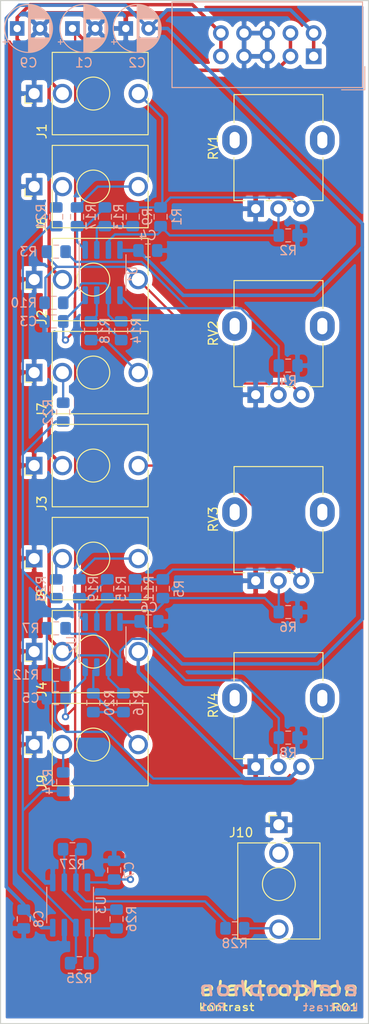
<source format=kicad_pcb>
(kicad_pcb (version 20171130) (host pcbnew 5.1.8-db9833491~87~ubuntu20.04.1)
  (title_block (title kontrast) (date 2020-05-09) (rev 01) (comment 1 "PCB for main circuit") (comment 2 "mixer and attenuverter") (comment 4 "License CC BY 4.0 - Attribution 4.0 International"))
  (layers (0 F.Cu signal hide) (31 B.Cu signal hide) (34 B.Paste user) (35 F.Paste user) (36 B.SilkS user) (37 F.SilkS user) (38 B.Mask user) (39 F.Mask user) (44 Edge.Cuts user))
  (net 0 "")
  (net 1 GND)
  (net 2 +15V)
  (net 3 "Net-(J1-PadT)")
  (net 4 "Net-(J3-PadT)")
  (net 5 "Net-(R10-Pad1)")
  (net 6 -15V)
  (net 7 +5V)
  (net 8 "Net-(J2-PadT)")
  (net 9 "Net-(J4-PadT)")
  (net 10 /MIX_1)
  (net 11 "Net-(J6-PadT)")
  (net 12 "Net-(R1-Pad2)")
  (net 13 "Net-(R3-Pad2)")
  (net 14 "Net-(R5-Pad2)")
  (net 15 "Net-(R7-Pad2)")
  (net 16 "Net-(R13-Pad2)")
  (net 17 "Net-(R11-Pad1)")
  (net 18 "Net-(R12-Pad1)")
  (net 19 "Net-(R13-Pad1)")
  (net 20 "Net-(R14-Pad1)")
  (net 21 "Net-(R15-Pad1)")
  (net 22 "Net-(R16-Pad1)")
  (net 23 "Net-(R21-Pad2)")
  (net 24 "Net-(R25-Pad2)")
  (net 25 "Net-(R26-Pad2)")
  (net 26 "Net-(R27-Pad2)")
  (net 27 /MIX_2)
  (net 28 "Net-(J7-PadT)")
  (net 29 /MIX_3)
  (net 30 "Net-(J8-PadT)")
  (net 31 /MIX_4)
  (net 32 "Net-(J9-PadT)")
  (net 33 "Net-(J10-PadT)")
  (module "elektrophon:elektrophon logo" (layer F.Cu) (at 81.28 159.766)
    (fp_text reference REF** hide)
    (fp_text value "elektrophon logo" hide)
    (fp_text user kontrast (at 8.84 1.02) (layer B.SilkS) (effects (font (size 0.8 1)) (justify left mirror)))
    (fp_text user R01 (at -8.83 1) (layer B.SilkS) (effects (font (size 0.8 1)) (justify right mirror)))
    (fp_text user elektrophon (at 0 -1.016) (layer B.SilkS) (effects (font (size 1.5 2) (thickness 0.3) italic) (justify mirror)))
    (fp_text user R01 (at 8.8 1.02) (layer F.SilkS) (effects (font (size 0.8 1)) (justify right)))
    (fp_text user kontrast (at -8.88 1) (layer F.SilkS) (effects (font (size 0.8 1)) (justify left)))
    (fp_text user elektrophon (at 0 -1.016) (layer F.SilkS) (effects (font (size 1.5 2) (thickness 0.3) italic)))
  )
  (module Resistor_SMD:R_0805_2012Metric_Pad1.15x1.40mm_HandSolder (layer B.Cu) (at 76.454 152.146)
    (fp_text reference R28 (at 0 1.65) (layer B.SilkS) (effects (justify mirror)))
    (fp_text value 1k)
    (pad 2 smd roundrect (at 1.025 0) (size 1.15 1.4) (layers B.Cu B.Paste B.Mask) (roundrect_rratio 0.217391) (net 33 "Net-(J10-PadT)"))
    (pad 1 smd roundrect (at -1.025 0) (size 1.15 1.4) (layers B.Cu B.Paste B.Mask) (roundrect_rratio 0.217391) (net 26 "Net-(R27-Pad2)"))
  )
  (module Resistor_SMD:R_0805_2012Metric_Pad1.15x1.40mm_HandSolder (layer B.Cu) (at 58.674 143.51)
    (fp_text reference R27 (at 0 1.65) (layer B.SilkS) (effects (justify mirror)))
    (fp_text value 100k)
    (pad 2 smd roundrect (at 1.025 0) (size 1.15 1.4) (layers B.Cu B.Paste B.Mask) (roundrect_rratio 0.217391) (net 26 "Net-(R27-Pad2)"))
    (pad 1 smd roundrect (at -1.025 0) (size 1.15 1.4) (layers B.Cu B.Paste B.Mask) (roundrect_rratio 0.217391) (net 25 "Net-(R26-Pad2)"))
  )
  (module Resistor_SMD:R_0805_2012Metric_Pad1.15x1.40mm_HandSolder (layer B.Cu) (at 63.5 151.13 90)
    (fp_text reference R26 (at 0 1.65 90) (layer B.SilkS) (effects (justify mirror)))
    (fp_text value 100k)
    (pad 2 smd roundrect (at 1.025 0 90) (size 1.15 1.4) (layers B.Cu B.Paste B.Mask) (roundrect_rratio 0.217391) (net 25 "Net-(R26-Pad2)"))
    (pad 1 smd roundrect (at -1.025 0 90) (size 1.15 1.4) (layers B.Cu B.Paste B.Mask) (roundrect_rratio 0.217391) (net 24 "Net-(R25-Pad2)"))
  )
  (module Resistor_SMD:R_0805_2012Metric_Pad1.15x1.40mm_HandSolder (layer B.Cu) (at 59.436 155.956)
    (fp_text reference R25 (at 0 1.65) (layer B.SilkS) (effects (justify mirror)))
    (fp_text value 100k)
    (pad 2 smd roundrect (at 1.025 0) (size 1.15 1.4) (layers B.Cu B.Paste B.Mask) (roundrect_rratio 0.217391) (net 24 "Net-(R25-Pad2)"))
    (pad 1 smd roundrect (at -1.025 0) (size 1.15 1.4) (layers B.Cu B.Paste B.Mask) (roundrect_rratio 0.217391) (net 23 "Net-(R21-Pad2)"))
  )
  (module Resistor_SMD:R_0805_2012Metric_Pad1.15x1.40mm_HandSolder (layer B.Cu) (at 57.658 136.144 270)
    (fp_text reference R24 (at 0 1.65 270) (layer B.SilkS) (effects (justify mirror)))
    (fp_text value 100k)
    (pad 2 smd roundrect (at 1.025 0 270) (size 1.15 1.4) (layers B.Cu B.Paste B.Mask) (roundrect_rratio 0.217391) (net 23 "Net-(R21-Pad2)"))
    (pad 1 smd roundrect (at -1.025 0 270) (size 1.15 1.4) (layers B.Cu B.Paste B.Mask) (roundrect_rratio 0.217391) (net 31 /MIX_4))
  )
  (module Resistor_SMD:R_0805_2012Metric_Pad1.15x1.40mm_HandSolder (layer B.Cu) (at 56.896 115.053 270)
    (fp_text reference R23 (at 0 1.65 270) (layer B.SilkS) (effects (justify mirror)))
    (fp_text value 100k)
    (pad 2 smd roundrect (at 1.025 0 270) (size 1.15 1.4) (layers B.Cu B.Paste B.Mask) (roundrect_rratio 0.217391) (net 23 "Net-(R21-Pad2)"))
    (pad 1 smd roundrect (at -1.025 0 270) (size 1.15 1.4) (layers B.Cu B.Paste B.Mask) (roundrect_rratio 0.217391) (net 29 /MIX_3))
  )
  (module Resistor_SMD:R_0805_2012Metric_Pad1.15x1.40mm_HandSolder (layer B.Cu) (at 57.658 95.758 270)
    (fp_text reference R22 (at 0 1.65 270) (layer B.SilkS) (effects (justify mirror)))
    (fp_text value 100k)
    (pad 2 smd roundrect (at 1.025 0 270) (size 1.15 1.4) (layers B.Cu B.Paste B.Mask) (roundrect_rratio 0.217391) (net 23 "Net-(R21-Pad2)"))
    (pad 1 smd roundrect (at -1.025 0 270) (size 1.15 1.4) (layers B.Cu B.Paste B.Mask) (roundrect_rratio 0.217391) (net 27 /MIX_2))
  )
  (module Resistor_SMD:R_0805_2012Metric_Pad1.15x1.40mm_HandSolder (layer B.Cu) (at 56.896 74.422 270)
    (fp_text reference R21 (at 0 1.65 90) (layer B.SilkS) (effects (justify mirror)))
    (fp_text value 100k)
    (pad 2 smd roundrect (at 1.025 0 270) (size 1.15 1.4) (layers B.Cu B.Paste B.Mask) (roundrect_rratio 0.217391) (net 23 "Net-(R21-Pad2)"))
    (pad 1 smd roundrect (at -1.025 0 270) (size 1.15 1.4) (layers B.Cu B.Paste B.Mask) (roundrect_rratio 0.217391) (net 10 /MIX_1))
  )
  (module Resistor_SMD:R_0805_2012Metric_Pad1.15x1.40mm_HandSolder (layer B.Cu) (at 60.96 127.508 270)
    (fp_text reference R20 (at 0 -1.778 90) (layer B.SilkS) (effects (justify mirror)))
    (fp_text value 1k)
    (pad 2 smd roundrect (at 1.025 0 270) (size 1.15 1.4) (layers B.Cu B.Paste B.Mask) (roundrect_rratio 0.217391) (net 32 "Net-(J9-PadT)"))
    (pad 1 smd roundrect (at -1.025 0 270) (size 1.15 1.4) (layers B.Cu B.Paste B.Mask) (roundrect_rratio 0.217391) (net 22 "Net-(R16-Pad1)"))
  )
  (module Resistor_SMD:R_0805_2012Metric_Pad1.15x1.40mm_HandSolder (layer B.Cu) (at 59.436 115.053 90)
    (fp_text reference R19 (at -0.009 1.524 90) (layer B.SilkS) (effects (justify mirror)))
    (fp_text value 1k)
    (pad 2 smd roundrect (at 1.025 0 90) (size 1.15 1.4) (layers B.Cu B.Paste B.Mask) (roundrect_rratio 0.217391) (net 30 "Net-(J8-PadT)"))
    (pad 1 smd roundrect (at -1.025 0 90) (size 1.15 1.4) (layers B.Cu B.Paste B.Mask) (roundrect_rratio 0.217391) (net 21 "Net-(R15-Pad1)"))
  )
  (module Resistor_SMD:R_0805_2012Metric_Pad1.15x1.40mm_HandSolder (layer B.Cu) (at 60.706 86.868 270)
    (fp_text reference R18 (at 0 -1.524 270) (layer B.SilkS) (effects (justify mirror)))
    (fp_text value 1k)
    (pad 2 smd roundrect (at 1.025 0 270) (size 1.15 1.4) (layers B.Cu B.Paste B.Mask) (roundrect_rratio 0.217391) (net 28 "Net-(J7-PadT)"))
    (pad 1 smd roundrect (at -1.025 0 270) (size 1.15 1.4) (layers B.Cu B.Paste B.Mask) (roundrect_rratio 0.217391) (net 20 "Net-(R14-Pad1)"))
  )
  (module Resistor_SMD:R_0805_2012Metric_Pad1.15x1.40mm_HandSolder (layer B.Cu) (at 59.182 74.422 90)
    (fp_text reference R17 (at 0 1.524 90) (layer B.SilkS) (effects (justify mirror)))
    (fp_text value 1k)
    (pad 2 smd roundrect (at 1.025 0 90) (size 1.15 1.4) (layers B.Cu B.Paste B.Mask) (roundrect_rratio 0.217391) (net 11 "Net-(J6-PadT)"))
    (pad 1 smd roundrect (at -1.025 0 90) (size 1.15 1.4) (layers B.Cu B.Paste B.Mask) (roundrect_rratio 0.217391) (net 19 "Net-(R13-Pad1)"))
  )
  (module Resistor_SMD:R_0805_2012Metric_Pad1.15x1.40mm_HandSolder (layer B.Cu) (at 64.262 127.508 90)
    (fp_text reference R16 (at 0 1.65 90) (layer B.SilkS) (effects (justify mirror)))
    (fp_text value 100k)
    (pad 2 smd roundrect (at 1.025 0 90) (size 1.15 1.4) (layers B.Cu B.Paste B.Mask) (roundrect_rratio 0.217391) (net 18 "Net-(R12-Pad1)"))
    (pad 1 smd roundrect (at -1.025 0 90) (size 1.15 1.4) (layers B.Cu B.Paste B.Mask) (roundrect_rratio 0.217391) (net 22 "Net-(R16-Pad1)"))
  )
  (module Resistor_SMD:R_0805_2012Metric_Pad1.15x1.40mm_HandSolder (layer B.Cu) (at 62.484 115.053 270)
    (fp_text reference R15 (at 0 -1.524 90) (layer B.SilkS) (effects (justify mirror)))
    (fp_text value 100k)
    (pad 2 smd roundrect (at 1.025 0 270) (size 1.15 1.4) (layers B.Cu B.Paste B.Mask) (roundrect_rratio 0.217391) (net 17 "Net-(R11-Pad1)"))
    (pad 1 smd roundrect (at -1.025 0 270) (size 1.15 1.4) (layers B.Cu B.Paste B.Mask) (roundrect_rratio 0.217391) (net 21 "Net-(R15-Pad1)"))
  )
  (module Resistor_SMD:R_0805_2012Metric_Pad1.15x1.40mm_HandSolder (layer B.Cu) (at 64.008 86.868 90)
    (fp_text reference R14 (at 0 1.65 90) (layer B.SilkS) (effects (justify mirror)))
    (fp_text value 100k)
    (pad 2 smd roundrect (at 1.025 0 90) (size 1.15 1.4) (layers B.Cu B.Paste B.Mask) (roundrect_rratio 0.217391) (net 5 "Net-(R10-Pad1)"))
    (pad 1 smd roundrect (at -1.025 0 90) (size 1.15 1.4) (layers B.Cu B.Paste B.Mask) (roundrect_rratio 0.217391) (net 20 "Net-(R14-Pad1)"))
  )
  (module Resistor_SMD:R_0805_2012Metric_Pad1.15x1.40mm_HandSolder (layer B.Cu) (at 62.23 74.422 270)
    (fp_text reference R13 (at 0 -1.524 90) (layer B.SilkS) (effects (justify mirror)))
    (fp_text value 100k)
    (pad 2 smd roundrect (at 1.025 0 270) (size 1.15 1.4) (layers B.Cu B.Paste B.Mask) (roundrect_rratio 0.217391) (net 16 "Net-(R13-Pad2)"))
    (pad 1 smd roundrect (at -1.025 0 270) (size 1.15 1.4) (layers B.Cu B.Paste B.Mask) (roundrect_rratio 0.217391) (net 19 "Net-(R13-Pad1)"))
  )
  (module Resistor_SMD:R_0805_2012Metric_Pad1.15x1.40mm_HandSolder (layer B.Cu) (at 56.896 124.46 180)
    (fp_text reference R12 (at 3.302 0) (layer B.SilkS) (effects (justify mirror)))
    (fp_text value 100k)
    (pad 2 smd roundrect (at 1.025 0 180) (size 1.15 1.4) (layers B.Cu B.Paste B.Mask) (roundrect_rratio 0.217391) (net 9 "Net-(J4-PadT)"))
    (pad 1 smd roundrect (at -1.025 0 180) (size 1.15 1.4) (layers B.Cu B.Paste B.Mask) (roundrect_rratio 0.217391) (net 18 "Net-(R12-Pad1)"))
  )
  (module Resistor_SMD:R_0805_2012Metric_Pad1.15x1.40mm_HandSolder (layer B.Cu) (at 65.532 115.053 90)
    (fp_text reference R11 (at 0 1.524 270) (layer B.SilkS) (effects (justify mirror)))
    (fp_text value 100k)
    (pad 2 smd roundrect (at 1.025 0 90) (size 1.15 1.4) (layers B.Cu B.Paste B.Mask) (roundrect_rratio 0.217391) (net 4 "Net-(J3-PadT)"))
    (pad 1 smd roundrect (at -1.025 0 90) (size 1.15 1.4) (layers B.Cu B.Paste B.Mask) (roundrect_rratio 0.217391) (net 17 "Net-(R11-Pad1)"))
  )
  (module Resistor_SMD:R_0805_2012Metric_Pad1.15x1.40mm_HandSolder (layer B.Cu) (at 56.642 83.82 180)
    (fp_text reference R10 (at 3.302 0) (layer B.SilkS) (effects (justify mirror)))
    (fp_text value 100k)
    (pad 2 smd roundrect (at 1.025 0 180) (size 1.15 1.4) (layers B.Cu B.Paste B.Mask) (roundrect_rratio 0.217391) (net 8 "Net-(J2-PadT)"))
    (pad 1 smd roundrect (at -1.025 0 180) (size 1.15 1.4) (layers B.Cu B.Paste B.Mask) (roundrect_rratio 0.217391) (net 5 "Net-(R10-Pad1)"))
  )
  (module Resistor_SMD:R_0805_2012Metric_Pad1.15x1.40mm_HandSolder (layer B.Cu) (at 65.278 74.422 90)
    (fp_text reference R9 (at 0 1.608668 90) (layer B.SilkS) (effects (justify mirror)))
    (fp_text value 100k)
    (pad 2 smd roundrect (at 1.025 0 90) (size 1.15 1.4) (layers B.Cu B.Paste B.Mask) (roundrect_rratio 0.217391) (net 3 "Net-(J1-PadT)"))
    (pad 1 smd roundrect (at -1.025 0 90) (size 1.15 1.4) (layers B.Cu B.Paste B.Mask) (roundrect_rratio 0.217391) (net 16 "Net-(R13-Pad2)"))
  )
  (module Resistor_SMD:R_0805_2012Metric_Pad1.15x1.40mm_HandSolder (layer B.Cu) (at 82.296 131.318)
    (fp_text reference R8 (at 0 1.65) (layer B.SilkS) (effects (justify mirror)))
    (fp_text value 47k)
    (pad 2 smd roundrect (at 1.025 0) (size 1.15 1.4) (layers B.Cu B.Paste B.Mask) (roundrect_rratio 0.217391) (net 1 GND))
    (pad 1 smd roundrect (at -1.025 0) (size 1.15 1.4) (layers B.Cu B.Paste B.Mask) (roundrect_rratio 0.217391) (net 15 "Net-(R7-Pad2)"))
  )
  (module Resistor_SMD:R_0805_2012Metric_Pad1.15x1.40mm_HandSolder (layer B.Cu) (at 56.896 119.38)
    (fp_text reference R7 (at -2.794 0) (layer B.SilkS) (effects (justify mirror)))
    (fp_text value 47k)
    (pad 2 smd roundrect (at 1.025 0) (size 1.15 1.4) (layers B.Cu B.Paste B.Mask) (roundrect_rratio 0.217391) (net 15 "Net-(R7-Pad2)"))
    (pad 1 smd roundrect (at -1.025 0) (size 1.15 1.4) (layers B.Cu B.Paste B.Mask) (roundrect_rratio 0.217391) (net 9 "Net-(J4-PadT)"))
  )
  (module Resistor_SMD:R_0805_2012Metric_Pad1.15x1.40mm_HandSolder (layer B.Cu) (at 82.296 117.602)
    (fp_text reference R6 (at 0 1.65) (layer B.SilkS) (effects (justify mirror)))
    (fp_text value 47k)
    (pad 2 smd roundrect (at 1.025 0) (size 1.15 1.4) (layers B.Cu B.Paste B.Mask) (roundrect_rratio 0.217391) (net 1 GND))
    (pad 1 smd roundrect (at -1.025 0) (size 1.15 1.4) (layers B.Cu B.Paste B.Mask) (roundrect_rratio 0.217391) (net 14 "Net-(R5-Pad2)"))
  )
  (module Resistor_SMD:R_0805_2012Metric_Pad1.15x1.40mm_HandSolder (layer B.Cu) (at 68.58 115.053 270)
    (fp_text reference R5 (at 0.009 -1.778 90) (layer B.SilkS) (effects (justify mirror)))
    (fp_text value 47k)
    (pad 2 smd roundrect (at 1.025 0 270) (size 1.15 1.4) (layers B.Cu B.Paste B.Mask) (roundrect_rratio 0.217391) (net 14 "Net-(R5-Pad2)"))
    (pad 1 smd roundrect (at -1.025 0 270) (size 1.15 1.4) (layers B.Cu B.Paste B.Mask) (roundrect_rratio 0.217391) (net 4 "Net-(J3-PadT)"))
  )
  (module Resistor_SMD:R_0805_2012Metric_Pad1.15x1.40mm_HandSolder (layer B.Cu) (at 82.296 90.678)
    (fp_text reference R4 (at 0 1.65 180) (layer B.SilkS) (effects (justify mirror)))
    (fp_text value 47k)
    (pad 2 smd roundrect (at 1.025 0) (size 1.15 1.4) (layers B.Cu B.Paste B.Mask) (roundrect_rratio 0.217391) (net 1 GND))
    (pad 1 smd roundrect (at -1.025 0) (size 1.15 1.4) (layers B.Cu B.Paste B.Mask) (roundrect_rratio 0.217391) (net 13 "Net-(R3-Pad2)"))
  )
  (module Resistor_SMD:R_0805_2012Metric_Pad1.15x1.40mm_HandSolder (layer B.Cu) (at 56.896 78.232)
    (fp_text reference R3 (at -3.048 0 180) (layer B.SilkS) (effects (justify mirror)))
    (fp_text value 47k)
    (pad 2 smd roundrect (at 1.025 0) (size 1.15 1.4) (layers B.Cu B.Paste B.Mask) (roundrect_rratio 0.217391) (net 13 "Net-(R3-Pad2)"))
    (pad 1 smd roundrect (at -1.025 0) (size 1.15 1.4) (layers B.Cu B.Paste B.Mask) (roundrect_rratio 0.217391) (net 8 "Net-(J2-PadT)"))
  )
  (module Resistor_SMD:R_0805_2012Metric_Pad1.15x1.40mm_HandSolder (layer B.Cu) (at 82.296 76.454)
    (fp_text reference R2 (at 0 1.65) (layer B.SilkS) (effects (justify mirror)))
    (fp_text value 47k)
    (pad 2 smd roundrect (at 1.025 0) (size 1.15 1.4) (layers B.Cu B.Paste B.Mask) (roundrect_rratio 0.217391) (net 1 GND))
    (pad 1 smd roundrect (at -1.025 0) (size 1.15 1.4) (layers B.Cu B.Paste B.Mask) (roundrect_rratio 0.217391) (net 12 "Net-(R1-Pad2)"))
  )
  (module Resistor_SMD:R_0805_2012Metric_Pad1.15x1.40mm_HandSolder (layer B.Cu) (at 68.326 74.422 270)
    (fp_text reference R1 (at 0 -1.778 90) (layer B.SilkS) (effects (justify mirror)))
    (fp_text value 47k)
    (pad 2 smd roundrect (at 1.025 0 270) (size 1.15 1.4) (layers B.Cu B.Paste B.Mask) (roundrect_rratio 0.217391) (net 12 "Net-(R1-Pad2)"))
    (pad 1 smd roundrect (at -1.025 0 270) (size 1.15 1.4) (layers B.Cu B.Paste B.Mask) (roundrect_rratio 0.217391) (net 3 "Net-(J1-PadT)"))
  )
  (module Capacitor_SMD:C_0805_2012Metric_Pad1.15x1.40mm_HandSolder (layer B.Cu) (at 53.34 151.13 90)
    (fp_text reference C8 (at 0 1.65 -90) (layer B.SilkS) (effects (justify mirror)))
    (fp_text value 0.1u)
    (pad 2 smd roundrect (at 1.025 0 90) (size 1.15 1.4) (layers B.Cu B.Paste B.Mask) (roundrect_rratio 0.217391) (net 6 -15V))
    (pad 1 smd roundrect (at -1.025 0 90) (size 1.15 1.4) (layers B.Cu B.Paste B.Mask) (roundrect_rratio 0.217391) (net 1 GND))
  )
  (module Capacitor_SMD:C_0805_2012Metric_Pad1.15x1.40mm_HandSolder (layer B.Cu) (at 63.246 145.796 90)
    (fp_text reference C7 (at 0 1.65 90) (layer B.SilkS) (effects (justify mirror)))
    (fp_text value 0.1u)
    (pad 2 smd roundrect (at 1.025 0 90) (size 1.15 1.4) (layers B.Cu B.Paste B.Mask) (roundrect_rratio 0.217391) (net 1 GND))
    (pad 1 smd roundrect (at -1.025 0 90) (size 1.15 1.4) (layers B.Cu B.Paste B.Mask) (roundrect_rratio 0.217391) (net 2 +15V))
  )
  (module Capacitor_SMD:C_0805_2012Metric_Pad1.15x1.40mm_HandSolder (layer B.Cu) (at 67.056 118.618 180)
    (fp_text reference C6 (at 0 1.524) (layer B.SilkS) (effects (justify mirror)))
    (fp_text value 0.1u)
    (pad 2 smd roundrect (at 1.025 0 180) (size 1.15 1.4) (layers B.Cu B.Paste B.Mask) (roundrect_rratio 0.217391) (net 6 -15V))
    (pad 1 smd roundrect (at -1.025 0 180) (size 1.15 1.4) (layers B.Cu B.Paste B.Mask) (roundrect_rratio 0.217391) (net 1 GND))
  )
  (module Capacitor_SMD:C_0805_2012Metric_Pad1.15x1.40mm_HandSolder (layer B.Cu) (at 56.896 127 180)
    (fp_text reference C5 (at 2.794 0) (layer B.SilkS) (effects (justify mirror)))
    (fp_text value 0.1u)
    (pad 2 smd roundrect (at 1.025 0 180) (size 1.15 1.4) (layers B.Cu B.Paste B.Mask) (roundrect_rratio 0.217391) (net 1 GND))
    (pad 1 smd roundrect (at -1.025 0 180) (size 1.15 1.4) (layers B.Cu B.Paste B.Mask) (roundrect_rratio 0.217391) (net 2 +15V))
  )
  (module Capacitor_SMD:C_0805_2012Metric_Pad1.15x1.40mm_HandSolder (layer B.Cu) (at 66.929 78.105 180)
    (fp_text reference C4 (at 0 1.65 180) (layer B.SilkS) (effects (justify mirror)))
    (fp_text value 0.1u)
    (pad 2 smd roundrect (at 1.025 0 180) (size 1.15 1.4) (layers B.Cu B.Paste B.Mask) (roundrect_rratio 0.217391) (net 6 -15V))
    (pad 1 smd roundrect (at -1.025 0 180) (size 1.15 1.4) (layers B.Cu B.Paste B.Mask) (roundrect_rratio 0.217391) (net 1 GND))
  )
  (module Capacitor_SMD:C_0805_2012Metric_Pad1.15x1.40mm_HandSolder (layer B.Cu) (at 56.642 85.852 180)
    (fp_text reference C3 (at 2.794 0) (layer B.SilkS) (effects (justify mirror)))
    (fp_text value 0.1u)
    (pad 2 smd roundrect (at 1.025 0 180) (size 1.15 1.4) (layers B.Cu B.Paste B.Mask) (roundrect_rratio 0.217391) (net 1 GND))
    (pad 1 smd roundrect (at -1.025 0 180) (size 1.15 1.4) (layers B.Cu B.Paste B.Mask) (roundrect_rratio 0.217391) (net 2 +15V))
  )
  (module Package_SO:SOIC-8_3.9x4.9mm_P1.27mm (layer B.Cu) (at 58.42 149.606 90)
    (fp_text reference U3 (at 0 3.4 90) (layer B.SilkS) (effects (justify mirror)))
    (fp_text value OPA2134)
    (pad 8 smd roundrect (at 2.475 1.905 90) (size 1.95 0.6) (layers B.Cu B.Paste B.Mask) (net 2 +15V))
    (pad 7 smd roundrect (at 2.475 0.635 90) (size 1.95 0.6) (layers B.Cu B.Paste B.Mask) (net 26 "Net-(R27-Pad2)"))
    (pad 6 smd roundrect (at 2.475 -0.635 90) (size 1.95 0.6) (layers B.Cu B.Paste B.Mask) (net 25 "Net-(R26-Pad2)"))
    (pad 5 smd roundrect (at 2.475 -1.905 90) (size 1.95 0.6) (layers B.Cu B.Paste B.Mask) (net 1 GND))
    (pad 4 smd roundrect (at -2.475 -1.905 90) (size 1.95 0.6) (layers B.Cu B.Paste B.Mask) (net 6 -15V))
    (pad 3 smd roundrect (at -2.475 -0.635 90) (size 1.95 0.6) (layers B.Cu B.Paste B.Mask) (net 1 GND))
    (pad 2 smd roundrect (at -2.475 0.635 90) (size 1.95 0.6) (layers B.Cu B.Paste B.Mask) (net 23 "Net-(R21-Pad2)"))
    (pad 1 smd roundrect (at -2.475 1.905 90) (size 1.95 0.6) (layers B.Cu B.Paste B.Mask) (net 24 "Net-(R25-Pad2)"))
  )
  (module Package_SO:SOIC-8_3.9x4.9mm_P1.27mm (layer B.Cu) (at 61.976 121.158 270)
    (fp_text reference U2 (at 0 3.4 270) (layer B.SilkS) (effects (justify mirror)))
    (fp_text value OPA2134)
    (pad 8 smd roundrect (at 2.475 1.905 270) (size 1.95 0.6) (layers B.Cu B.Paste B.Mask) (net 2 +15V))
    (pad 7 smd roundrect (at 2.475 0.635 270) (size 1.95 0.6) (layers B.Cu B.Paste B.Mask) (net 22 "Net-(R16-Pad1)"))
    (pad 6 smd roundrect (at 2.475 -0.635 270) (size 1.95 0.6) (layers B.Cu B.Paste B.Mask) (net 18 "Net-(R12-Pad1)"))
    (pad 5 smd roundrect (at 2.475 -1.905 270) (size 1.95 0.6) (layers B.Cu B.Paste B.Mask) (net 15 "Net-(R7-Pad2)"))
    (pad 4 smd roundrect (at -2.475 -1.905 270) (size 1.95 0.6) (layers B.Cu B.Paste B.Mask) (net 6 -15V))
    (pad 3 smd roundrect (at -2.475 -0.635 270) (size 1.95 0.6) (layers B.Cu B.Paste B.Mask) (net 14 "Net-(R5-Pad2)"))
    (pad 2 smd roundrect (at -2.475 0.635 270) (size 1.95 0.6) (layers B.Cu B.Paste B.Mask) (net 17 "Net-(R11-Pad1)"))
    (pad 1 smd roundrect (at -2.475 1.905 270) (size 1.95 0.6) (layers B.Cu B.Paste B.Mask) (net 21 "Net-(R15-Pad1)"))
  )
  (module Package_SO:SOIC-8_3.9x4.9mm_P1.27mm (layer B.Cu) (at 61.976 80.518 270)
    (fp_text reference U1 (at 0.254 -3.302 270) (layer B.SilkS) (effects (justify mirror)))
    (fp_text value OPA2134)
    (pad 8 smd roundrect (at 2.475 1.905 270) (size 1.95 0.6) (layers B.Cu B.Paste B.Mask) (net 2 +15V))
    (pad 7 smd roundrect (at 2.475 0.635 270) (size 1.95 0.6) (layers B.Cu B.Paste B.Mask) (net 20 "Net-(R14-Pad1)"))
    (pad 6 smd roundrect (at 2.475 -0.635 270) (size 1.95 0.6) (layers B.Cu B.Paste B.Mask) (net 5 "Net-(R10-Pad1)"))
    (pad 5 smd roundrect (at 2.475 -1.905 270) (size 1.95 0.6) (layers B.Cu B.Paste B.Mask) (net 13 "Net-(R3-Pad2)"))
    (pad 4 smd roundrect (at -2.475 -1.905 270) (size 1.95 0.6) (layers B.Cu B.Paste B.Mask) (net 6 -15V))
    (pad 3 smd roundrect (at -2.475 -0.635 270) (size 1.95 0.6) (layers B.Cu B.Paste B.Mask) (net 12 "Net-(R1-Pad2)"))
    (pad 2 smd roundrect (at -2.475 0.635 270) (size 1.95 0.6) (layers B.Cu B.Paste B.Mask) (net 16 "Net-(R13-Pad2)"))
    (pad 1 smd roundrect (at -2.475 1.905 270) (size 1.95 0.6) (layers B.Cu B.Paste B.Mask) (net 19 "Net-(R13-Pad1)"))
  )
  (module elektrophon:Jack_3.5mm_WQP-PJ398SM_Vertical (layer F.Cu) (at 81.28 147.32)
    (fp_text reference J10 (at -4.13 -5.63) (layer F.SilkS))
    (fp_text value OUT)
    (pad TN thru_hole circle (at 0 -3.38 180) (size 2.13 2.13) (drill 1.42) (layers *.Cu *.Mask))
    (pad S thru_hole rect (at 0 -6.48 180) (size 1.93 1.83) (drill 1.22) (layers *.Cu *.Mask) (net 1 GND))
    (pad T thru_hole circle (at 0 4.92 180) (size 2.13 2.13) (drill 1.43) (layers *.Cu *.Mask) (net 33 "Net-(J10-PadT)"))
  )
  (module elektrophon:Jack_3.5mm_WQP-PJ398SM_Vertical (layer F.Cu) (at 60.96 132.08 90)
    (fp_text reference J9 (at -4.13 -5.63 90) (layer F.SilkS))
    (fp_text value OUT)
    (pad TN thru_hole circle (at 0 -3.38 270) (size 2.13 2.13) (drill 1.42) (layers *.Cu *.Mask) (net 31 /MIX_4))
    (pad S thru_hole rect (at 0 -6.48 270) (size 1.93 1.83) (drill 1.22) (layers *.Cu *.Mask) (net 1 GND))
    (pad T thru_hole circle (at 0 4.92 270) (size 2.13 2.13) (drill 1.43) (layers *.Cu *.Mask) (net 32 "Net-(J9-PadT)"))
  )
  (module elektrophon:Jack_3.5mm_WQP-PJ398SM_Vertical (layer F.Cu) (at 60.96 111.76 90)
    (fp_text reference J8 (at -4.13 -5.63 90) (layer F.SilkS))
    (fp_text value OUT)
    (pad TN thru_hole circle (at 0 -3.38 270) (size 2.13 2.13) (drill 1.42) (layers *.Cu *.Mask) (net 29 /MIX_3))
    (pad S thru_hole rect (at 0 -6.48 270) (size 1.93 1.83) (drill 1.22) (layers *.Cu *.Mask) (net 1 GND))
    (pad T thru_hole circle (at 0 4.92 270) (size 2.13 2.13) (drill 1.43) (layers *.Cu *.Mask) (net 30 "Net-(J8-PadT)"))
  )
  (module elektrophon:Jack_3.5mm_WQP-PJ398SM_Vertical (layer F.Cu) (at 60.96 91.44 90)
    (fp_text reference J7 (at -4.13 -5.63 90) (layer F.SilkS))
    (fp_text value OUT)
    (pad TN thru_hole circle (at 0 -3.38 270) (size 2.13 2.13) (drill 1.42) (layers *.Cu *.Mask) (net 27 /MIX_2))
    (pad S thru_hole rect (at 0 -6.48 270) (size 1.93 1.83) (drill 1.22) (layers *.Cu *.Mask) (net 1 GND))
    (pad T thru_hole circle (at 0 4.92 270) (size 2.13 2.13) (drill 1.43) (layers *.Cu *.Mask) (net 28 "Net-(J7-PadT)"))
  )
  (module elektrophon:Jack_3.5mm_WQP-PJ398SM_Vertical (layer F.Cu) (at 60.96 71.12 90)
    (fp_text reference J6 (at -4.13 -5.63 90) (layer F.SilkS))
    (fp_text value OUT)
    (pad TN thru_hole circle (at 0 -3.38 270) (size 2.13 2.13) (drill 1.42) (layers *.Cu *.Mask) (net 10 /MIX_1))
    (pad S thru_hole rect (at 0 -6.48 270) (size 1.93 1.83) (drill 1.22) (layers *.Cu *.Mask) (net 1 GND))
    (pad T thru_hole circle (at 0 4.92 270) (size 2.13 2.13) (drill 1.43) (layers *.Cu *.Mask) (net 11 "Net-(J6-PadT)"))
  )
  (module elektrophon:Potentiometer_Alpha_RD901F-40-00D_Single_Vertical (layer F.Cu) (at 81.28 127 90)
    (fp_text reference RV4 (at -0.79 -7.18 270) (layer F.SilkS))
    (fp_text value 100k)
    (pad "" thru_hole oval (at 0 -4.84 180) (size 2.72 3.24) (drill oval 1.1 1.8) (layers *.Cu *.Mask))
    (pad "" thru_hole oval (at 0 4.76 180) (size 2.72 3.24) (drill oval 1.1 1.8) (layers *.Cu *.Mask))
    (pad 3 thru_hole circle (at -7.5 2.46 180) (size 1.8 1.8) (drill 1) (layers *.Cu *.Mask) (net 9 "Net-(J4-PadT)"))
    (pad 2 thru_hole circle (at -7.5 -0.04 180) (size 1.8 1.8) (drill 1) (layers *.Cu *.Mask) (net 15 "Net-(R7-Pad2)"))
    (pad 1 thru_hole rect (at -7.5 -2.54 180) (size 1.8 1.8) (drill 1) (layers *.Cu *.Mask) (net 1 GND))
  )
  (module elektrophon:Potentiometer_Alpha_RD901F-40-00D_Single_Vertical (layer F.Cu) (at 81.28 106.68 90)
    (fp_text reference RV3 (at -0.79 -7.18 270) (layer F.SilkS))
    (fp_text value 100k)
    (pad "" thru_hole oval (at 0 -4.84 180) (size 2.72 3.24) (drill oval 1.1 1.8) (layers *.Cu *.Mask))
    (pad "" thru_hole oval (at 0 4.76 180) (size 2.72 3.24) (drill oval 1.1 1.8) (layers *.Cu *.Mask))
    (pad 3 thru_hole circle (at -7.5 2.46 180) (size 1.8 1.8) (drill 1) (layers *.Cu *.Mask) (net 4 "Net-(J3-PadT)"))
    (pad 2 thru_hole circle (at -7.5 -0.04 180) (size 1.8 1.8) (drill 1) (layers *.Cu *.Mask) (net 14 "Net-(R5-Pad2)"))
    (pad 1 thru_hole rect (at -7.5 -2.54 180) (size 1.8 1.8) (drill 1) (layers *.Cu *.Mask) (net 1 GND))
  )
  (module elektrophon:Potentiometer_Alpha_RD901F-40-00D_Single_Vertical (layer F.Cu) (at 81.28 86.36 90)
    (fp_text reference RV2 (at -0.79 -7.18 270) (layer F.SilkS))
    (fp_text value 100k)
    (pad "" thru_hole oval (at 0 -4.84 180) (size 2.72 3.24) (drill oval 1.1 1.8) (layers *.Cu *.Mask))
    (pad "" thru_hole oval (at 0 4.76 180) (size 2.72 3.24) (drill oval 1.1 1.8) (layers *.Cu *.Mask))
    (pad 3 thru_hole circle (at -7.5 2.46 180) (size 1.8 1.8) (drill 1) (layers *.Cu *.Mask) (net 8 "Net-(J2-PadT)"))
    (pad 2 thru_hole circle (at -7.5 -0.04 180) (size 1.8 1.8) (drill 1) (layers *.Cu *.Mask) (net 13 "Net-(R3-Pad2)"))
    (pad 1 thru_hole rect (at -7.5 -2.54 180) (size 1.8 1.8) (drill 1) (layers *.Cu *.Mask) (net 1 GND))
  )
  (module elektrophon:Potentiometer_Alpha_RD901F-40-00D_Single_Vertical (layer F.Cu) (at 81.28 66.04 90)
    (fp_text reference RV1 (at -0.79 -7.18 270) (layer F.SilkS))
    (fp_text value 100k)
    (pad "" thru_hole oval (at 0 -4.84 180) (size 2.72 3.24) (drill oval 1.1 1.8) (layers *.Cu *.Mask))
    (pad "" thru_hole oval (at 0 4.76 180) (size 2.72 3.24) (drill oval 1.1 1.8) (layers *.Cu *.Mask))
    (pad 3 thru_hole circle (at -7.5 2.46 180) (size 1.8 1.8) (drill 1) (layers *.Cu *.Mask) (net 3 "Net-(J1-PadT)"))
    (pad 2 thru_hole circle (at -7.5 -0.04 180) (size 1.8 1.8) (drill 1) (layers *.Cu *.Mask) (net 12 "Net-(R1-Pad2)"))
    (pad 1 thru_hole rect (at -7.5 -2.54 180) (size 1.8 1.8) (drill 1) (layers *.Cu *.Mask) (net 1 GND))
  )
  (module Connector_IDC:IDC-Header_2x05_P2.54mm_Vertical (layer B.Cu) (at 85.09 56.896 90)
    (fp_text reference J5 (at 1.27 6.604 270) (layer B.SilkS) (effects (justify mirror)))
    (fp_text value "IDC Header")
    (pad 10 thru_hole oval (at 2.54 -10.16 90) (size 1.7272 1.7272) (drill 1.016) (layers *.Cu *.Mask) (net 7 +5V))
    (pad 9 thru_hole oval (at 0 -10.16 90) (size 1.7272 1.7272) (drill 1.016) (layers *.Cu *.Mask) (net 7 +5V))
    (pad 8 thru_hole oval (at 2.54 -7.62 90) (size 1.7272 1.7272) (drill 1.016) (layers *.Cu *.Mask) (net 1 GND))
    (pad 7 thru_hole oval (at 0 -7.62 90) (size 1.7272 1.7272) (drill 1.016) (layers *.Cu *.Mask) (net 1 GND))
    (pad 6 thru_hole oval (at 2.54 -5.08 90) (size 1.7272 1.7272) (drill 1.016) (layers *.Cu *.Mask) (net 1 GND))
    (pad 5 thru_hole oval (at 0 -5.08 90) (size 1.7272 1.7272) (drill 1.016) (layers *.Cu *.Mask) (net 1 GND))
    (pad 4 thru_hole oval (at 2.54 -2.54 90) (size 1.7272 1.7272) (drill 1.016) (layers *.Cu *.Mask) (net 2 +15V))
    (pad 3 thru_hole oval (at 0 -2.54 90) (size 1.7272 1.7272) (drill 1.016) (layers *.Cu *.Mask) (net 2 +15V))
    (pad 2 thru_hole oval (at 2.54 0 90) (size 1.7272 1.7272) (drill 1.016) (layers *.Cu *.Mask) (net 6 -15V))
    (pad 1 thru_hole rect (at 0 0 90) (size 1.7272 1.7272) (drill 1.016) (layers *.Cu *.Mask) (net 6 -15V))
  )
  (module elektrophon:Jack_3.5mm_WQP-PJ398SM_Vertical (layer F.Cu) (at 60.96 121.92 90)
    (fp_text reference J4 (at -4.13 -5.63 90) (layer F.SilkS))
    (fp_text value IN)
    (pad TN thru_hole circle (at 0 -3.38 270) (size 2.13 2.13) (drill 1.42) (layers *.Cu *.Mask) (net 7 +5V))
    (pad S thru_hole rect (at 0 -6.48 270) (size 1.93 1.83) (drill 1.22) (layers *.Cu *.Mask) (net 1 GND))
    (pad T thru_hole circle (at 0 4.92 270) (size 2.13 2.13) (drill 1.43) (layers *.Cu *.Mask) (net 9 "Net-(J4-PadT)"))
  )
  (module elektrophon:Jack_3.5mm_WQP-PJ398SM_Vertical (layer F.Cu) (at 60.96 101.6 90)
    (fp_text reference J3 (at -4.13 -5.63 90) (layer F.SilkS))
    (fp_text value IN)
    (pad TN thru_hole circle (at 0 -3.38 270) (size 2.13 2.13) (drill 1.42) (layers *.Cu *.Mask) (net 7 +5V))
    (pad S thru_hole rect (at 0 -6.48 270) (size 1.93 1.83) (drill 1.22) (layers *.Cu *.Mask) (net 1 GND))
    (pad T thru_hole circle (at 0 4.92 270) (size 2.13 2.13) (drill 1.43) (layers *.Cu *.Mask) (net 4 "Net-(J3-PadT)"))
  )
  (module elektrophon:Jack_3.5mm_WQP-PJ398SM_Vertical (layer F.Cu) (at 60.96 81.28 90)
    (fp_text reference J2 (at -4.13 -5.63 90) (layer F.SilkS))
    (fp_text value IN)
    (pad TN thru_hole circle (at 0 -3.38 270) (size 2.13 2.13) (drill 1.42) (layers *.Cu *.Mask) (net 7 +5V))
    (pad S thru_hole rect (at 0 -6.48 270) (size 1.93 1.83) (drill 1.22) (layers *.Cu *.Mask) (net 1 GND))
    (pad T thru_hole circle (at 0 4.92 270) (size 2.13 2.13) (drill 1.43) (layers *.Cu *.Mask) (net 8 "Net-(J2-PadT)"))
  )
  (module elektrophon:Jack_3.5mm_WQP-PJ398SM_Vertical (layer F.Cu) (at 60.96 60.96 90)
    (fp_text reference J1 (at -4.13 -5.63 90) (layer F.SilkS))
    (fp_text value IN)
    (pad TN thru_hole circle (at 0 -3.38 270) (size 2.13 2.13) (drill 1.42) (layers *.Cu *.Mask) (net 7 +5V))
    (pad S thru_hole rect (at 0 -6.48 270) (size 1.93 1.83) (drill 1.22) (layers *.Cu *.Mask) (net 1 GND))
    (pad T thru_hole circle (at 0 4.92 270) (size 2.13 2.13) (drill 1.43) (layers *.Cu *.Mask) (net 3 "Net-(J1-PadT)"))
  )
  (module Capacitor_THT:CP_Radial_D5.0mm_P2.50mm (layer B.Cu) (at 52.618 53.848)
    (fp_text reference C9 (at 1.25 3.75) (layer B.SilkS) (effects (justify mirror)))
    (fp_text value 10u)
    (pad 2 thru_hole circle (at 2.5 0) (size 1.6 1.6) (drill 0.8) (layers *.Cu *.Mask) (net 1 GND))
    (pad 1 thru_hole rect (at 0 0) (size 1.6 1.6) (drill 0.8) (layers *.Cu *.Mask) (net 7 +5V))
  )
  (module Capacitor_THT:CP_Radial_D5.0mm_P2.50mm (layer B.Cu) (at 64.516 53.848)
    (fp_text reference C2 (at 1.25 3.75) (layer B.SilkS) (effects (justify mirror)))
    (fp_text value 10u)
    (pad 2 thru_hole circle (at 2.5 0) (size 1.6 1.6) (drill 0.8) (layers *.Cu *.Mask) (net 6 -15V))
    (pad 1 thru_hole rect (at 0 0) (size 1.6 1.6) (drill 0.8) (layers *.Cu *.Mask) (net 1 GND))
  )
  (module Capacitor_THT:CP_Radial_D5.0mm_P2.50mm (layer B.Cu) (at 58.674 53.848)
    (fp_text reference C1 (at 1.25 3.75) (layer B.SilkS) (effects (justify mirror)))
    (fp_text value 10u)
    (pad 2 thru_hole circle (at 2.5 0) (size 1.6 1.6) (drill 0.8) (layers *.Cu *.Mask) (net 1 GND))
    (pad 1 thru_hole rect (at 0 0) (size 1.6 1.6) (drill 0.8) (layers *.Cu *.Mask) (net 2 +15V))
  )
  (gr_line (start 91.1 50.8) (end 50.8 50.8) (layer Edge.Cuts) (width 0.12))
  (gr_line (start 91.1 162.56) (end 91.1 50.8) (layer Edge.Cuts) (width 0.12))
  (gr_line (start 50.8 162.56) (end 91.1 162.56) (layer Edge.Cuts) (width 0.12))
  (gr_line (start 50.8 50.8) (end 50.8 162.56) (layer Edge.Cuts) (width 0.12))
  (segment (start 54.48 84.715) (end 55.617 85.852) (width 0.381) (layer B.Cu) (net 1))
  (segment (start 54.48 81.28) (end 54.48 84.715) (width 0.381) (layer B.Cu) (net 1))
  (segment (start 58.674 53.848) (end 58.970001 54.144001) (width 0.25) (layer F.Cu) (net 2))
  (segment (start 57.667 87.639) (end 57.912 87.884) (width 0.25) (layer B.Cu) (net 2))
  (via (at 57.912 87.884) (size 0.8) (drill 0.4) (layers F.Cu B.Cu) (net 2))
  (segment (start 57.667 85.852) (end 57.667 87.639) (width 0.25) (layer B.Cu) (net 2))
  (segment (start 57.912 87.884) (end 58.928 86.868) (width 0.25) (layer F.Cu) (net 2))
  (segment (start 58.928 83.312) (end 58.970001 83.269999) (width 0.25) (layer F.Cu) (net 2))
  (segment (start 58.928 86.868) (end 58.928 83.312) (width 0.25) (layer F.Cu) (net 2))
  (segment (start 60.071 83.448) (end 60.071 82.993) (width 0.25) (layer B.Cu) (net 2))
  (segment (start 57.667 85.852) (end 60.071 83.448) (width 0.25) (layer B.Cu) (net 2))
  (segment (start 82.55 56.896) (end 82.55 54.356) (width 0.381) (layer F.Cu) (net 2))
  (segment (start 82.55 56.896) (end 81.026 58.42) (width 0.381) (layer F.Cu) (net 2))
  (segment (start 63.246 58.42) (end 58.674 53.848) (width 0.381) (layer F.Cu) (net 2))
  (segment (start 81.026 58.42) (end 63.246 58.42) (width 0.381) (layer F.Cu) (net 2))
  (segment (start 58.970001 54.144001) (end 58.970001 81.237999) (width 0.25) (layer F.Cu) (net 2))
  (segment (start 58.970001 81.237999) (end 58.970001 83.269999) (width 0.25) (layer F.Cu) (net 2))
  (via (at 65.024 146.812) (size 0.8) (drill 0.4) (layers F.Cu B.Cu) (net 2))
  (segment (start 65.024 143.764) (end 65.024 146.812) (width 0.25) (layer F.Cu) (net 2))
  (segment (start 58.970001 137.710001) (end 65.024 143.764) (width 0.25) (layer F.Cu) (net 2))
  (segment (start 63.255 146.812) (end 63.246 146.821) (width 0.25) (layer B.Cu) (net 2))
  (segment (start 65.024 146.812) (end 63.255 146.812) (width 0.25) (layer B.Cu) (net 2))
  (segment (start 62.936 147.131) (end 63.246 146.821) (width 0.25) (layer B.Cu) (net 2))
  (segment (start 60.325 147.131) (end 62.936 147.131) (width 0.25) (layer B.Cu) (net 2))
  (segment (start 58.970001 81.237999) (end 58.970001 122.893999) (width 0.25) (layer F.Cu) (net 2))
  (segment (start 58.970001 122.893999) (end 58.970001 126.957999) (width 0.25) (layer F.Cu) (net 2))
  (via (at 57.912 129.032) (size 0.8) (drill 0.4) (layers F.Cu B.Cu) (net 2))
  (segment (start 58.970001 127.973999) (end 57.912 129.032) (width 0.25) (layer F.Cu) (net 2))
  (segment (start 58.970001 123.909999) (end 58.970001 127.973999) (width 0.25) (layer F.Cu) (net 2))
  (segment (start 58.970001 122.893999) (end 58.970001 123.909999) (width 0.25) (layer F.Cu) (net 2))
  (segment (start 58.970001 123.909999) (end 58.970001 137.710001) (width 0.25) (layer F.Cu) (net 2))
  (segment (start 57.912 127.009) (end 57.921 127) (width 0.25) (layer B.Cu) (net 2))
  (segment (start 57.912 129.032) (end 57.912 127.009) (width 0.25) (layer B.Cu) (net 2))
  (segment (start 60.071 124.85) (end 60.071 123.633) (width 0.25) (layer B.Cu) (net 2))
  (segment (start 57.921 127) (end 60.071 124.85) (width 0.25) (layer B.Cu) (net 2))
  (segment (start 65.278 73.397) (end 68.326 73.397) (width 0.25) (layer B.Cu) (net 3))
  (segment (start 82.514999 72.314999) (end 83.74 73.54) (width 0.25) (layer B.Cu) (net 3))
  (segment (start 69.408001 72.314999) (end 82.514999 72.314999) (width 0.25) (layer B.Cu) (net 3))
  (segment (start 68.522009 73.200991) (end 69.408001 72.314999) (width 0.25) (layer B.Cu) (net 3))
  (segment (start 68.522009 63.602009) (end 68.522009 73.200991) (width 0.25) (layer B.Cu) (net 3))
  (segment (start 65.88 60.96) (end 68.522009 63.602009) (width 0.25) (layer B.Cu) (net 3))
  (segment (start 74.002963 101.6) (end 65.88 101.6) (width 0.25) (layer F.Cu) (net 4))
  (segment (start 83.74 111.337037) (end 74.002963 101.6) (width 0.25) (layer F.Cu) (net 4))
  (segment (start 83.74 114.18) (end 83.74 111.337037) (width 0.25) (layer F.Cu) (net 4))
  (segment (start 69.653001 112.954999) (end 68.58 114.028) (width 0.25) (layer B.Cu) (net 4))
  (segment (start 82.514999 112.954999) (end 69.653001 112.954999) (width 0.25) (layer B.Cu) (net 4))
  (segment (start 83.74 114.18) (end 82.514999 112.954999) (width 0.25) (layer B.Cu) (net 4))
  (segment (start 68.58 114.028) (end 65.532 114.028) (width 0.25) (layer B.Cu) (net 4))
  (segment (start 63.308 85.843) (end 64.008 85.843) (width 0.25) (layer B.Cu) (net 5))
  (segment (start 62.611 85.146) (end 63.308 85.843) (width 0.25) (layer B.Cu) (net 5))
  (segment (start 62.611 82.993) (end 62.611 85.146) (width 0.25) (layer B.Cu) (net 5))
  (segment (start 62.611 82.018) (end 62.611 82.993) (width 0.25) (layer B.Cu) (net 5))
  (segment (start 59.724242 81.69299) (end 62.28599 81.69299) (width 0.25) (layer B.Cu) (net 5))
  (segment (start 57.667 83.750232) (end 59.724242 81.69299) (width 0.25) (layer B.Cu) (net 5))
  (segment (start 62.28599 81.69299) (end 62.611 82.018) (width 0.25) (layer B.Cu) (net 5))
  (segment (start 57.667 83.82) (end 57.667 83.750232) (width 0.25) (layer B.Cu) (net 5))
  (segment (start 63.943 78.105) (end 63.881 78.043) (width 0.381) (layer B.Cu) (net 6))
  (segment (start 65.904 78.105) (end 63.943 78.105) (width 0.381) (layer B.Cu) (net 6))
  (segment (start 65.966 118.683) (end 66.031 118.618) (width 0.381) (layer B.Cu) (net 6))
  (segment (start 63.881 118.683) (end 65.966 118.683) (width 0.381) (layer B.Cu) (net 6))
  (segment (start 90.424 118.364) (end 85.52349 123.26451) (width 0.381) (layer B.Cu) (net 6))
  (segment (start 90.424 77.724) (end 85.14249 83.00551) (width 0.381) (layer B.Cu) (net 6))
  (segment (start 90.424 77.724) (end 90.424 118.364) (width 0.381) (layer B.Cu) (net 6))
  (segment (start 67.016 53.848) (end 69.048 51.816) (width 0.381) (layer B.Cu) (net 6))
  (segment (start 82.55 51.816) (end 85.09 54.356) (width 0.381) (layer B.Cu) (net 6))
  (segment (start 69.048 51.816) (end 82.55 51.816) (width 0.381) (layer B.Cu) (net 6))
  (segment (start 51.427499 52.735599) (end 52.855098 51.308) (width 0.381) (layer B.Cu) (net 6))
  (segment (start 51.427499 147.617499) (end 51.427499 52.735599) (width 0.381) (layer B.Cu) (net 6))
  (segment (start 53.34 150.105) (end 53.34 149.53) (width 0.381) (layer B.Cu) (net 6))
  (segment (start 53.34 149.53) (end 51.427499 147.617499) (width 0.381) (layer B.Cu) (net 6))
  (segment (start 64.476 51.308) (end 67.016 53.848) (width 0.381) (layer B.Cu) (net 6))
  (segment (start 52.855098 51.308) (end 64.476 51.308) (width 0.381) (layer B.Cu) (net 6))
  (segment (start 85.09 54.356) (end 85.09 56.896) (width 0.381) (layer F.Cu) (net 6))
  (segment (start 55.316 152.081) (end 53.34 150.105) (width 0.381) (layer B.Cu) (net 6))
  (segment (start 56.515 152.081) (end 55.316 152.081) (width 0.381) (layer B.Cu) (net 6))
  (segment (start 90.424 75.184) (end 90.424 77.724) (width 0.381) (layer B.Cu) (net 6))
  (segment (start 67.016 53.848) (end 69.088 53.848) (width 0.381) (layer B.Cu) (net 6))
  (segment (start 69.088 53.848) (end 90.424 75.184) (width 0.381) (layer B.Cu) (net 6))
  (segment (start 85.14249 83.00551) (end 79.04649 83.00551) (width 0.381) (layer B.Cu) (net 6))
  (segment (start 79.04649 83.00551) (end 75.18451 83.00551) (width 0.381) (layer B.Cu) (net 6))
  (segment (start 79.04649 83.00551) (end 70.80451 83.00551) (width 0.381) (layer B.Cu) (net 6))
  (segment (start 70.80451 83.00551) (end 65.904 78.105) (width 0.381) (layer B.Cu) (net 6))
  (segment (start 70.67751 123.26451) (end 66.031 118.618) (width 0.381) (layer B.Cu) (net 6))
  (segment (start 78.41149 123.26451) (end 70.67751 123.26451) (width 0.381) (layer B.Cu) (net 6))
  (segment (start 85.52349 123.26451) (end 78.41149 123.26451) (width 0.381) (layer B.Cu) (net 6))
  (segment (start 78.41149 123.26451) (end 75.05751 123.26451) (width 0.381) (layer B.Cu) (net 6))
  (segment (start 57.667 81.85) (end 57.82401 81.69299) (width 0.25) (layer B.Cu) (net 7))
  (segment (start 56.124499 120.464499) (end 57.58 121.92) (width 0.381) (layer F.Cu) (net 7))
  (segment (start 52.618 55.029) (end 56.124499 58.535499) (width 0.381) (layer F.Cu) (net 7))
  (segment (start 56.124499 100.144499) (end 57.58 101.6) (width 0.381) (layer F.Cu) (net 7))
  (segment (start 56.124499 99.577501) (end 56.124499 100.144499) (width 0.381) (layer F.Cu) (net 7))
  (segment (start 56.124499 99.577501) (end 56.124499 120.464499) (width 0.381) (layer F.Cu) (net 7))
  (segment (start 56.124499 79.824499) (end 57.58 81.28) (width 0.381) (layer F.Cu) (net 7))
  (segment (start 56.124499 78.749501) (end 56.124499 79.824499) (width 0.381) (layer F.Cu) (net 7))
  (segment (start 56.124499 78.749501) (end 56.124499 99.577501) (width 0.381) (layer F.Cu) (net 7))
  (segment (start 56.124499 59.504499) (end 57.58 60.96) (width 0.381) (layer F.Cu) (net 7))
  (segment (start 56.124499 58.535499) (end 56.124499 58.918499) (width 0.381) (layer F.Cu) (net 7))
  (segment (start 56.124499 58.918499) (end 56.124499 59.504499) (width 0.381) (layer F.Cu) (net 7))
  (segment (start 56.124499 58.918499) (end 56.124499 78.749501) (width 0.381) (layer F.Cu) (net 7))
  (segment (start 52.618 53.848) (end 52.618 55.029) (width 0.381) (layer F.Cu) (net 7))
  (segment (start 52.618 52.667) (end 52.618 53.848) (width 0.381) (layer F.Cu) (net 7))
  (segment (start 74.93 54.356) (end 71.82451 51.25051) (width 0.381) (layer F.Cu) (net 7))
  (segment (start 54.03449 51.25051) (end 52.618 52.667) (width 0.381) (layer F.Cu) (net 7))
  (segment (start 71.82451 51.25051) (end 54.03449 51.25051) (width 0.381) (layer F.Cu) (net 7))
  (segment (start 74.93 54.356) (end 74.93 56.896) (width 0.381) (layer F.Cu) (net 7))
  (segment (start 77.234999 92.634999) (end 65.88 81.28) (width 0.25) (layer F.Cu) (net 8))
  (segment (start 82.514999 92.634999) (end 77.234999 92.634999) (width 0.25) (layer F.Cu) (net 8))
  (segment (start 83.74 93.86) (end 82.514999 92.634999) (width 0.25) (layer F.Cu) (net 8))
  (segment (start 65.88 81.28) (end 64.489999 79.889999) (width 0.25) (layer B.Cu) (net 8))
  (segment (start 55.871 78.731) (end 55.871 78.232) (width 0.25) (layer B.Cu) (net 8))
  (segment (start 57.029999 79.889999) (end 55.871 78.731) (width 0.25) (layer B.Cu) (net 8))
  (segment (start 55.720001 83.716999) (end 55.617 83.82) (width 0.25) (layer B.Cu) (net 8))
  (segment (start 55.720001 81.082797) (end 55.720001 83.716999) (width 0.25) (layer B.Cu) (net 8))
  (segment (start 56.912799 79.889999) (end 55.720001 81.082797) (width 0.25) (layer B.Cu) (net 8))
  (segment (start 58.553999 79.889999) (end 56.912799 79.889999) (width 0.25) (layer B.Cu) (net 8))
  (segment (start 64.489999 79.889999) (end 58.553999 79.889999) (width 0.25) (layer B.Cu) (net 8))
  (segment (start 58.553999 79.889999) (end 57.029999 79.889999) (width 0.25) (layer B.Cu) (net 8))
  (segment (start 82.449499 135.790501) (end 83.74 134.5) (width 0.381) (layer B.Cu) (net 9))
  (segment (start 65.88 124.142902) (end 77.527599 135.790501) (width 0.381) (layer B.Cu) (net 9))
  (segment (start 65.88 121.92) (end 65.88 124.142902) (width 0.381) (layer B.Cu) (net 9))
  (segment (start 55.871 124.46) (end 55.871 119.38) (width 0.25) (layer B.Cu) (net 9))
  (segment (start 78.585499 135.790501) (end 82.449499 135.790501) (width 0.381) (layer B.Cu) (net 9))
  (segment (start 77.527599 135.790501) (end 78.585499 135.790501) (width 0.381) (layer B.Cu) (net 9))
  (segment (start 56.77101 125.36001) (end 55.871 124.46) (width 0.25) (layer B.Cu) (net 9))
  (segment (start 56.77101 129.4882) (end 56.77101 125.36001) (width 0.25) (layer B.Cu) (net 9))
  (segment (start 57.972809 130.689999) (end 56.77101 129.4882) (width 0.25) (layer B.Cu) (net 9))
  (segment (start 62.432797 130.689999) (end 57.972809 130.689999) (width 0.25) (layer B.Cu) (net 9))
  (segment (start 67.533299 135.790501) (end 62.432797 130.689999) (width 0.25) (layer B.Cu) (net 9))
  (segment (start 78.585499 135.790501) (end 67.533299 135.790501) (width 0.25) (layer B.Cu) (net 9))
  (segment (start 56.896 71.804) (end 57.58 71.12) (width 0.25) (layer B.Cu) (net 10))
  (segment (start 56.896 73.397) (end 56.896 71.804) (width 0.25) (layer B.Cu) (net 10))
  (segment (start 61.459 71.12) (end 65.88 71.12) (width 0.25) (layer B.Cu) (net 11))
  (segment (start 59.182 73.397) (end 61.459 71.12) (width 0.25) (layer B.Cu) (net 11))
  (segment (start 81.24 76.423) (end 81.271 76.454) (width 0.25) (layer B.Cu) (net 12))
  (segment (start 81.24 73.54) (end 81.24 76.423) (width 0.25) (layer B.Cu) (net 12))
  (segment (start 68.326 76.022) (end 68.326 75.447) (width 0.25) (layer B.Cu) (net 12))
  (segment (start 68.00099 76.34701) (end 68.326 76.022) (width 0.25) (layer B.Cu) (net 12))
  (segment (start 63.33199 76.34701) (end 68.00099 76.34701) (width 0.25) (layer B.Cu) (net 12))
  (segment (start 62.611 77.068) (end 63.33199 76.34701) (width 0.25) (layer B.Cu) (net 12))
  (segment (start 62.611 78.043) (end 62.611 77.068) (width 0.25) (layer B.Cu) (net 12))
  (segment (start 69.333 76.454) (end 68.326 75.447) (width 0.25) (layer B.Cu) (net 12))
  (segment (start 81.271 76.454) (end 69.333 76.454) (width 0.25) (layer B.Cu) (net 12))
  (segment (start 81.271 88.548037) (end 81.271 89.978) (width 0.25) (layer B.Cu) (net 13))
  (segment (start 81.271 89.978) (end 81.271 90.678) (width 0.25) (layer B.Cu) (net 13))
  (segment (start 81.271 93.829) (end 81.24 93.86) (width 0.25) (layer B.Cu) (net 13))
  (segment (start 81.271 90.678) (end 81.271 93.829) (width 0.25) (layer B.Cu) (net 13))
  (segment (start 77.133482 84.410518) (end 81.271 88.548037) (width 0.25) (layer B.Cu) (net 13))
  (segment (start 65.298518 84.410518) (end 63.881 82.993) (width 0.25) (layer B.Cu) (net 13))
  (segment (start 71.321688 84.410518) (end 72.218518 84.410518) (width 0.25) (layer B.Cu) (net 13))
  (segment (start 66.25418 79.34301) (end 71.321688 84.410518) (width 0.25) (layer B.Cu) (net 13))
  (segment (start 59.03201 79.34301) (end 66.25418 79.34301) (width 0.25) (layer B.Cu) (net 13))
  (segment (start 72.218518 84.410518) (end 65.298518 84.410518) (width 0.25) (layer B.Cu) (net 13))
  (segment (start 77.133482 84.410518) (end 72.218518 84.410518) (width 0.25) (layer B.Cu) (net 13))
  (segment (start 57.921 78.232) (end 59.03201 79.34301) (width 0.25) (layer B.Cu) (net 13))
  (segment (start 62.611 117.708) (end 62.611 118.683) (width 0.25) (layer B.Cu) (net 14))
  (segment (start 62.93601 117.38299) (end 62.611 117.708) (width 0.25) (layer B.Cu) (net 14))
  (segment (start 67.85001 117.38299) (end 62.93601 117.38299) (width 0.25) (layer B.Cu) (net 14))
  (segment (start 68.58 116.653) (end 67.85001 117.38299) (width 0.25) (layer B.Cu) (net 14))
  (segment (start 68.58 116.078) (end 68.58 116.653) (width 0.25) (layer B.Cu) (net 14))
  (segment (start 81.271 114.211) (end 81.24 114.18) (width 0.25) (layer B.Cu) (net 14))
  (segment (start 81.271 117.602) (end 81.271 114.211) (width 0.25) (layer B.Cu) (net 14))
  (segment (start 79.747 116.078) (end 81.271 117.602) (width 0.25) (layer B.Cu) (net 14))
  (segment (start 68.58 116.078) (end 79.747 116.078) (width 0.25) (layer B.Cu) (net 14))
  (segment (start 81.271 130.618) (end 81.271 131.318) (width 0.25) (layer B.Cu) (net 15))
  (segment (start 81.271 129.188037) (end 81.271 130.618) (width 0.25) (layer B.Cu) (net 15))
  (segment (start 81.24 131.349) (end 81.271 131.318) (width 0.25) (layer B.Cu) (net 15))
  (segment (start 81.24 134.5) (end 81.24 131.349) (width 0.25) (layer B.Cu) (net 15))
  (segment (start 63.881 122.658) (end 63.881 123.633) (width 0.25) (layer B.Cu) (net 15))
  (segment (start 61.20601 119.98301) (end 63.881 122.658) (width 0.25) (layer B.Cu) (net 15))
  (segment (start 58.52401 119.98301) (end 61.20601 119.98301) (width 0.25) (layer B.Cu) (net 15))
  (segment (start 57.921 119.38) (end 58.52401 119.98301) (width 0.25) (layer B.Cu) (net 15))
  (segment (start 63.881 121.861798) (end 63.881 123.633) (width 0.25) (layer B.Cu) (net 15))
  (segment (start 65.212799 120.529999) (end 63.881 121.861798) (width 0.25) (layer B.Cu) (net 15))
  (segment (start 66.547201 120.529999) (end 65.212799 120.529999) (width 0.25) (layer B.Cu) (net 15))
  (segment (start 71.072192 125.05499) (end 66.547201 120.529999) (width 0.25) (layer B.Cu) (net 15))
  (segment (start 77.137953 125.05499) (end 71.072192 125.05499) (width 0.25) (layer B.Cu) (net 15))
  (segment (start 77.641482 125.558518) (end 77.137953 125.05499) (width 0.25) (layer B.Cu) (net 15))
  (segment (start 77.641482 125.558518) (end 81.271 129.188037) (width 0.25) (layer B.Cu) (net 15))
  (segment (start 65.278 75.447) (end 62.23 75.447) (width 0.25) (layer B.Cu) (net 16))
  (segment (start 61.53 75.447) (end 62.23 75.447) (width 0.25) (layer B.Cu) (net 16))
  (segment (start 61.341 75.636) (end 61.53 75.447) (width 0.25) (layer B.Cu) (net 16))
  (segment (start 61.341 78.043) (end 61.341 75.636) (width 0.25) (layer B.Cu) (net 16))
  (segment (start 62.484 116.078) (end 65.532 116.078) (width 0.25) (layer B.Cu) (net 17))
  (segment (start 61.341 117.221) (end 62.484 116.078) (width 0.25) (layer B.Cu) (net 17))
  (segment (start 61.341 118.683) (end 61.341 117.221) (width 0.25) (layer B.Cu) (net 17))
  (segment (start 62.611 124.832) (end 62.611 123.633) (width 0.25) (layer B.Cu) (net 18))
  (segment (start 64.262 126.483) (end 62.611 124.832) (width 0.25) (layer B.Cu) (net 18))
  (segment (start 62.611 122.658) (end 62.611 123.633) (width 0.25) (layer B.Cu) (net 18))
  (segment (start 62.28599 122.33299) (end 62.611 122.658) (width 0.25) (layer B.Cu) (net 18))
  (segment (start 59.34801 122.33299) (end 62.28599 122.33299) (width 0.25) (layer B.Cu) (net 18))
  (segment (start 57.921 123.76) (end 59.34801 122.33299) (width 0.25) (layer B.Cu) (net 18))
  (segment (start 57.921 124.46) (end 57.921 123.76) (width 0.25) (layer B.Cu) (net 18))
  (segment (start 60.18 75.447) (end 62.23 73.397) (width 0.25) (layer B.Cu) (net 19))
  (segment (start 59.182 75.447) (end 60.18 75.447) (width 0.25) (layer B.Cu) (net 19))
  (segment (start 59.182 77.154) (end 60.071 78.043) (width 0.25) (layer B.Cu) (net 19))
  (segment (start 59.182 75.447) (end 59.182 77.154) (width 0.25) (layer B.Cu) (net 19))
  (segment (start 61.341 85.208) (end 60.706 85.843) (width 0.25) (layer B.Cu) (net 20))
  (segment (start 61.341 82.993) (end 61.341 85.208) (width 0.25) (layer B.Cu) (net 20))
  (segment (start 61.958 85.843) (end 64.008 87.893) (width 0.25) (layer B.Cu) (net 20))
  (segment (start 60.706 85.843) (end 61.958 85.843) (width 0.25) (layer B.Cu) (net 20))
  (segment (start 60.434 116.078) (end 62.484 114.028) (width 0.25) (layer B.Cu) (net 21))
  (segment (start 59.436 116.078) (end 60.434 116.078) (width 0.25) (layer B.Cu) (net 21))
  (segment (start 59.436 118.048) (end 60.071 118.683) (width 0.25) (layer B.Cu) (net 21))
  (segment (start 59.436 116.078) (end 59.436 118.048) (width 0.25) (layer B.Cu) (net 21))
  (segment (start 63.01 128.533) (end 60.96 126.483) (width 0.25) (layer B.Cu) (net 22))
  (segment (start 64.262 128.533) (end 63.01 128.533) (width 0.25) (layer B.Cu) (net 22))
  (segment (start 60.96 124.014) (end 61.341 123.633) (width 0.25) (layer B.Cu) (net 22))
  (segment (start 60.96 126.483) (end 60.96 124.014) (width 0.25) (layer B.Cu) (net 22))
  (segment (start 58.986 155.956) (end 58.411 155.956) (width 0.25) (layer B.Cu) (net 23))
  (segment (start 59.055 155.887) (end 58.986 155.956) (width 0.25) (layer B.Cu) (net 23))
  (segment (start 59.055 152.081) (end 59.055 155.887) (width 0.25) (layer B.Cu) (net 23))
  (segment (start 56.958 96.783) (end 57.658 96.783) (width 0.25) (layer B.Cu) (net 23))
  (segment (start 56.196 75.447) (end 53.239999 78.403001) (width 0.25) (layer B.Cu) (net 23))
  (segment (start 56.896 75.447) (end 56.196 75.447) (width 0.25) (layer B.Cu) (net 23))
  (segment (start 56.196 116.078) (end 56.896 116.078) (width 0.25) (layer B.Cu) (net 23))
  (segment (start 53.239999 113.121999) (end 56.196 116.078) (width 0.25) (layer B.Cu) (net 23))
  (segment (start 56.831998 96.783) (end 53.239999 100.374999) (width 0.25) (layer B.Cu) (net 23))
  (segment (start 57.658 96.783) (end 56.831998 96.783) (width 0.25) (layer B.Cu) (net 23))
  (segment (start 59.055 151.704232) (end 59.055 152.081) (width 0.25) (layer B.Cu) (net 23))
  (segment (start 53.239999 145.889231) (end 59.055 151.704232) (width 0.25) (layer B.Cu) (net 23))
  (segment (start 53.239999 111.352001) (end 53.239999 113.121999) (width 0.25) (layer B.Cu) (net 23))
  (segment (start 55.363 137.169) (end 53.239999 139.292001) (width 0.25) (layer B.Cu) (net 23))
  (segment (start 57.658 137.169) (end 55.363 137.169) (width 0.25) (layer B.Cu) (net 23))
  (segment (start 53.239999 139.292001) (end 53.239999 145.889231) (width 0.25) (layer B.Cu) (net 23))
  (segment (start 53.239999 111.352001) (end 53.239999 139.292001) (width 0.25) (layer B.Cu) (net 23))
  (segment (start 53.239999 88.492001) (end 53.239999 102.716001) (width 0.25) (layer B.Cu) (net 23))
  (segment (start 53.239999 102.716001) (end 53.239999 111.352001) (width 0.25) (layer B.Cu) (net 23))
  (segment (start 53.239999 100.374999) (end 53.239999 102.716001) (width 0.25) (layer B.Cu) (net 23))
  (segment (start 53.239999 78.403001) (end 53.239999 88.492001) (width 0.25) (layer B.Cu) (net 23))
  (segment (start 53.239999 88.492001) (end 53.239999 93.064999) (width 0.25) (layer B.Cu) (net 23))
  (segment (start 60.325 155.82) (end 60.461 155.956) (width 0.25) (layer B.Cu) (net 24))
  (segment (start 60.325 152.081) (end 60.325 155.82) (width 0.25) (layer B.Cu) (net 24))
  (segment (start 60.399 152.155) (end 60.325 152.081) (width 0.25) (layer B.Cu) (net 24))
  (segment (start 63.5 152.155) (end 60.399 152.155) (width 0.25) (layer B.Cu) (net 24))
  (segment (start 57.785 148.106) (end 57.785 147.131) (width 0.25) (layer B.Cu) (net 25))
  (segment (start 59.784 150.105) (end 57.785 148.106) (width 0.25) (layer B.Cu) (net 25))
  (segment (start 63.5 150.105) (end 59.784 150.105) (width 0.25) (layer B.Cu) (net 25))
  (segment (start 57.785 143.646) (end 57.649 143.51) (width 0.25) (layer B.Cu) (net 25))
  (segment (start 57.785 147.131) (end 57.785 143.646) (width 0.25) (layer B.Cu) (net 25))
  (segment (start 59.124 143.51) (end 59.699 143.51) (width 0.25) (layer B.Cu) (net 26))
  (segment (start 59.055 143.579) (end 59.124 143.51) (width 0.25) (layer B.Cu) (net 26))
  (segment (start 59.055 147.131) (end 59.055 143.579) (width 0.25) (layer B.Cu) (net 26))
  (segment (start 60.15399 149.20499) (end 73.18799 149.20499) (width 0.25) (layer B.Cu) (net 26))
  (segment (start 75.429 151.446) (end 75.429 152.146) (width 0.25) (layer B.Cu) (net 26))
  (segment (start 59.055 148.106) (end 60.15399 149.20499) (width 0.25) (layer B.Cu) (net 26))
  (segment (start 73.18799 149.20499) (end 75.429 151.446) (width 0.25) (layer B.Cu) (net 26))
  (segment (start 59.055 147.131) (end 59.055 148.106) (width 0.25) (layer B.Cu) (net 26))
  (segment (start 57.658 91.518) (end 57.58 91.44) (width 0.25) (layer B.Cu) (net 27))
  (segment (start 57.658 94.733) (end 57.658 91.518) (width 0.25) (layer B.Cu) (net 27))
  (segment (start 62.333 87.893) (end 65.88 91.44) (width 0.25) (layer B.Cu) (net 28))
  (segment (start 60.706 87.893) (end 62.333 87.893) (width 0.25) (layer B.Cu) (net 28))
  (segment (start 56.896 112.444) (end 57.58 111.76) (width 0.25) (layer B.Cu) (net 29))
  (segment (start 56.896 114.028) (end 56.896 112.444) (width 0.25) (layer B.Cu) (net 29))
  (segment (start 61.129 111.76) (end 65.88 111.76) (width 0.25) (layer B.Cu) (net 30))
  (segment (start 59.436 113.453) (end 61.129 111.76) (width 0.25) (layer B.Cu) (net 30))
  (segment (start 59.436 114.028) (end 59.436 113.453) (width 0.25) (layer B.Cu) (net 30))
  (segment (start 57.658 132.158) (end 57.58 132.08) (width 0.25) (layer B.Cu) (net 31))
  (segment (start 57.658 135.119) (end 57.658 132.158) (width 0.25) (layer B.Cu) (net 31))
  (segment (start 62.333 128.533) (end 65.88 132.08) (width 0.25) (layer B.Cu) (net 32))
  (segment (start 60.96 128.533) (end 62.333 128.533) (width 0.25) (layer B.Cu) (net 32))
  (segment (start 81.186 152.146) (end 81.28 152.24) (width 0.25) (layer B.Cu) (net 33))
  (segment (start 77.479 152.146) (end 81.186 152.146) (width 0.25) (layer B.Cu) (net 33))
  (zone (net 1) (net_name GND) (layer B.Cu) (connect_pads (clearance 0.508)) (min_thickness 0.254) (fill yes (arc_segments 32) (thermal_gap 0.508) (thermal_bridge_width 0.508))
    (polygon (pts (xy 91.186 162.56) (xy 50.8 162.56) (xy 50.8 50.8) (xy 91.186 50.8)))
  )
  (zone (net 1) (net_name GND) (layer F.Cu) (connect_pads (clearance 0.508)) (min_thickness 0.254) (fill yes (arc_segments 32) (thermal_gap 0.508) (thermal_bridge_width 0.508))
    (polygon (pts (xy 91.186 162.56) (xy 50.8 162.56) (xy 50.8 50.8) (xy 91.186 50.8)))
  )
)
</source>
